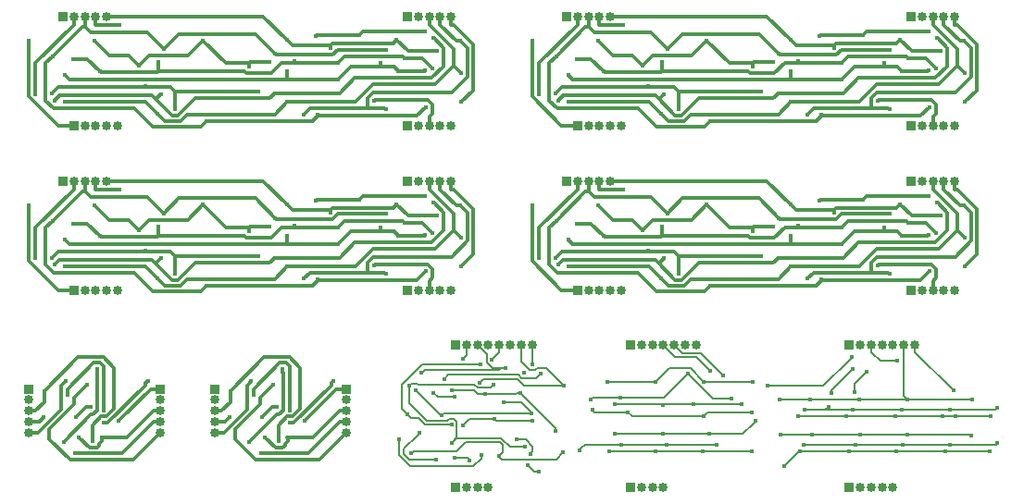
<source format=gbr>
G04 #@! TF.GenerationSoftware,KiCad,Pcbnew,(5.1.4)-1*
G04 #@! TF.CreationDate,2020-11-24T09:45:58-08:00*
G04 #@! TF.ProjectId,ufc_v4_displays_panel,7566635f-7634-45f6-9469-73706c617973,rev?*
G04 #@! TF.SameCoordinates,Original*
G04 #@! TF.FileFunction,Copper,L2,Bot*
G04 #@! TF.FilePolarity,Positive*
%FSLAX46Y46*%
G04 Gerber Fmt 4.6, Leading zero omitted, Abs format (unit mm)*
G04 Created by KiCad (PCBNEW (5.1.4)-1) date 2020-11-24 09:45:58*
%MOMM*%
%LPD*%
G04 APERTURE LIST*
%ADD10R,0.850000X0.850000*%
%ADD11O,0.850000X0.850000*%
%ADD12C,0.450000*%
%ADD13C,0.304800*%
%ADD14C,0.152400*%
%ADD15C,0.305000*%
G04 APERTURE END LIST*
D10*
X52738000Y-73102000D03*
D11*
X53738000Y-73102000D03*
X54738000Y-73102000D03*
X55738000Y-73102000D03*
X56738000Y-73102000D03*
D10*
X51738000Y-63102000D03*
D11*
X52738000Y-63102000D03*
X53738000Y-63102000D03*
X54738000Y-63102000D03*
X55738000Y-63102000D03*
D10*
X83238000Y-63102000D03*
D11*
X84238000Y-63102000D03*
X85238000Y-63102000D03*
X86238000Y-63102000D03*
X87238000Y-63102000D03*
D10*
X83238000Y-73102000D03*
D11*
X84238000Y-73102000D03*
X85238000Y-73102000D03*
X86238000Y-73102000D03*
X87238000Y-73102000D03*
D10*
X98788000Y-73102000D03*
D11*
X99788000Y-73102000D03*
X100788000Y-73102000D03*
X101788000Y-73102000D03*
X102788000Y-73102000D03*
D10*
X97788000Y-63102000D03*
D11*
X98788000Y-63102000D03*
X99788000Y-63102000D03*
X100788000Y-63102000D03*
X101788000Y-63102000D03*
D10*
X129288000Y-63102000D03*
D11*
X130288000Y-63102000D03*
X131288000Y-63102000D03*
X132288000Y-63102000D03*
X133288000Y-63102000D03*
D10*
X129288000Y-73102000D03*
D11*
X130288000Y-73102000D03*
X131288000Y-73102000D03*
X132288000Y-73102000D03*
X133288000Y-73102000D03*
D10*
X98788000Y-58042000D03*
D11*
X99788000Y-58042000D03*
X100788000Y-58042000D03*
X101788000Y-58042000D03*
X102788000Y-58042000D03*
D10*
X97788000Y-48042000D03*
D11*
X98788000Y-48042000D03*
X99788000Y-48042000D03*
X100788000Y-48042000D03*
X101788000Y-48042000D03*
D10*
X129288000Y-48042000D03*
D11*
X130288000Y-48042000D03*
X131288000Y-48042000D03*
X132288000Y-48042000D03*
X133288000Y-48042000D03*
D10*
X129288000Y-58042000D03*
D11*
X130288000Y-58042000D03*
X131288000Y-58042000D03*
X132288000Y-58042000D03*
X133288000Y-58042000D03*
D10*
X52738000Y-58042000D03*
D11*
X53738000Y-58042000D03*
X54738000Y-58042000D03*
X55738000Y-58042000D03*
X56738000Y-58042000D03*
D10*
X51738000Y-48042000D03*
D11*
X52738000Y-48042000D03*
X53738000Y-48042000D03*
X54738000Y-48042000D03*
X55738000Y-48042000D03*
D10*
X83238000Y-48042000D03*
D11*
X84238000Y-48042000D03*
X85238000Y-48042000D03*
X86238000Y-48042000D03*
X87238000Y-48042000D03*
D10*
X83238000Y-58042000D03*
D11*
X84238000Y-58042000D03*
X85238000Y-58042000D03*
X86238000Y-58042000D03*
X87238000Y-58042000D03*
X127637500Y-91167000D03*
X126637500Y-91167000D03*
X125637500Y-91167000D03*
X124637500Y-91167000D03*
D10*
X123637500Y-91167000D03*
D11*
X109637500Y-78167000D03*
X108637500Y-78167000D03*
X107637500Y-78167000D03*
X106637500Y-78167000D03*
X105637500Y-78167000D03*
X104637500Y-78167000D03*
D10*
X103637500Y-78167000D03*
X123637500Y-78167000D03*
D11*
X124637500Y-78167000D03*
X125637500Y-78167000D03*
X126637500Y-78167000D03*
X127637500Y-78167000D03*
X128637500Y-78167000D03*
X129637500Y-78167000D03*
D10*
X103637500Y-91167000D03*
D11*
X104637500Y-91167000D03*
X105637500Y-91167000D03*
X106637500Y-91167000D03*
X90637500Y-91167000D03*
X89637500Y-91167000D03*
X88637500Y-91167000D03*
D10*
X87637500Y-91167000D03*
D11*
X94637500Y-78167000D03*
X93637500Y-78167000D03*
X92637500Y-78167000D03*
X91637500Y-78167000D03*
X90637500Y-78167000D03*
X89637500Y-78167000D03*
X88637500Y-78167000D03*
D10*
X87637500Y-78167000D03*
D11*
X77637500Y-86167000D03*
X77637500Y-85167000D03*
X77637500Y-84167000D03*
X77637500Y-83167000D03*
D10*
X77637500Y-82167000D03*
X65637500Y-82167000D03*
D11*
X65637500Y-83167000D03*
X65637500Y-84167000D03*
X65637500Y-85167000D03*
X65637500Y-86167000D03*
X60637500Y-86167000D03*
X60637500Y-85167000D03*
X60637500Y-84167000D03*
X60637500Y-83167000D03*
D10*
X60637500Y-82167000D03*
X48637500Y-82167000D03*
D11*
X48637500Y-83167000D03*
X48637500Y-84167000D03*
X48637500Y-85167000D03*
X48637500Y-86167000D03*
D12*
X53939194Y-81741178D03*
X50035090Y-82330914D03*
X54425925Y-86939590D03*
X51787500Y-86992000D03*
X49987500Y-84767000D03*
X54845877Y-80333623D03*
X51961847Y-81450886D03*
X56852672Y-85062921D03*
X52160894Y-82707160D03*
X55442311Y-84100893D03*
X52912500Y-84767000D03*
X59487500Y-81417000D03*
X55502863Y-85256298D03*
X54287500Y-83842000D03*
X55319992Y-86600122D03*
X53212500Y-86567000D03*
X52837500Y-88042000D03*
X70939194Y-81741178D03*
X67035090Y-82330914D03*
X71425925Y-86939590D03*
X68787500Y-86992000D03*
X66987500Y-84767000D03*
X71845877Y-80333623D03*
X68961847Y-81450886D03*
X73852672Y-85062921D03*
X69160894Y-82707160D03*
X72442311Y-84100893D03*
X69912500Y-84767000D03*
X76487500Y-81417000D03*
X72502863Y-85256298D03*
X71287500Y-83842000D03*
X72319992Y-86600122D03*
X70212500Y-86567000D03*
X69837500Y-88042000D03*
X93905457Y-80640384D03*
X93558195Y-82536123D03*
X90388377Y-82608210D03*
X87269437Y-82281599D03*
X94656290Y-79940621D03*
X96747500Y-85987000D03*
X91147500Y-81797000D03*
X83388710Y-81887000D03*
X94002037Y-87483060D03*
X87257500Y-87107000D03*
X86627500Y-81247000D03*
X89976546Y-88195790D03*
X82507500Y-86797000D03*
X88309148Y-79365790D03*
X95407500Y-80757000D03*
X87552594Y-82866695D03*
X85633415Y-82506337D03*
X92195000Y-80207340D03*
X84496909Y-80686409D03*
X94613935Y-84383063D03*
X86406394Y-84553380D03*
X92027500Y-83407000D03*
X83967500Y-82267000D03*
X91217500Y-84927000D03*
X88297500Y-85527000D03*
X89957500Y-79917000D03*
X90977500Y-79497000D03*
X94650127Y-85032066D03*
X87257500Y-85407000D03*
X83255394Y-84496150D03*
X88927500Y-88707000D03*
X94474599Y-88124588D03*
X85877500Y-88625790D03*
X93237500Y-86797000D03*
X84362388Y-86167321D03*
X87593954Y-88480546D03*
X95287500Y-89717000D03*
X94257500Y-89127000D03*
X97537500Y-81847000D03*
X83560510Y-88062808D03*
X97497500Y-87957000D03*
X91580390Y-88331312D03*
X89864313Y-81561823D03*
X114807500Y-81477000D03*
X101537500Y-81487000D03*
X105941875Y-81487000D03*
X110367500Y-81487000D03*
X102207500Y-83547000D03*
X109397500Y-83517000D03*
X113836639Y-83578501D03*
X106597500Y-83627000D03*
X110847500Y-86277000D03*
X115111090Y-85066058D03*
X102167500Y-86277000D03*
X106607500Y-86277000D03*
X101707500Y-87847000D03*
X114707500Y-87827000D03*
X110927500Y-80507000D03*
X105967500Y-87847000D03*
X110237500Y-87847000D03*
X102797500Y-87247000D03*
X106947500Y-87247000D03*
X111487500Y-87247000D03*
X112087500Y-80887000D03*
X98962330Y-87779295D03*
X108877023Y-80750107D03*
X112877500Y-83047000D03*
X102742501Y-82922001D03*
X99967500Y-83147000D03*
X100127500Y-84047000D03*
X110297500Y-84687000D03*
X114712480Y-84287476D03*
X103397024Y-84287476D03*
X132857500Y-84097000D03*
X128457500Y-84097000D03*
X123997500Y-84097000D03*
X119587500Y-84097000D03*
X137167500Y-83907000D03*
X123957500Y-80337000D03*
X121994712Y-82499791D03*
X121769713Y-83784787D03*
X119477500Y-87247000D03*
X137197500Y-87137000D03*
X128527500Y-87247000D03*
X132877500Y-87247000D03*
X128007500Y-79607000D03*
X124187500Y-87247000D03*
X116139279Y-81875057D03*
X117713907Y-89207000D03*
X123898853Y-79256192D03*
X136487500Y-87857000D03*
X119097500Y-87887000D03*
X123607500Y-87857000D03*
X127937500Y-87857000D03*
X132457500Y-87857000D03*
X134787500Y-86437000D03*
X120219403Y-86305097D03*
X124599403Y-86305097D03*
X124167500Y-82427000D03*
X128965597Y-86305097D03*
X125206148Y-80615554D03*
X117389228Y-86382103D03*
X128967500Y-83097000D03*
X124557500Y-83097000D03*
X120097500Y-83097000D03*
X117277500Y-83097000D03*
X134897500Y-83127000D03*
X127847500Y-84647000D03*
X123357500Y-84647000D03*
X132197500Y-84647000D03*
X136547500Y-84647000D03*
X118967500Y-84637000D03*
X133146460Y-82277000D03*
X133367500Y-84647000D03*
X68787100Y-52633800D03*
X54585700Y-50270900D03*
X64551400Y-50239900D03*
X58693800Y-52593800D03*
X78870300Y-49776900D03*
X70637500Y-52253800D03*
X84882900Y-49464000D03*
X88179100Y-55900700D03*
X74873100Y-49839700D03*
X60940700Y-51033700D03*
X64892000Y-57622400D03*
X81283200Y-51080500D03*
X54604400Y-56461500D03*
X75017100Y-57032600D03*
X84917000Y-56334400D03*
X71169900Y-51491700D03*
X50802400Y-51694500D03*
X60678900Y-55144000D03*
X71118700Y-55079600D03*
X85578200Y-50043700D03*
X81176300Y-53697200D03*
X50988600Y-55738800D03*
X56891200Y-48820200D03*
X72211900Y-50218600D03*
X85960600Y-51219100D03*
X76177200Y-50962500D03*
X82256600Y-50173500D03*
X82974900Y-51906200D03*
X76879100Y-52311400D03*
X60496500Y-52217700D03*
X65258600Y-53071500D03*
X85526900Y-52817100D03*
X72877900Y-52121900D03*
X52657800Y-51946200D03*
X55097000Y-53071500D03*
X80165400Y-51682100D03*
X84869700Y-53005900D03*
X51911000Y-53444400D03*
X72247600Y-53109100D03*
X66717800Y-53824400D03*
X56727600Y-53824400D03*
X80817500Y-52321800D03*
X82401000Y-53071500D03*
X76919000Y-53833300D03*
X60969300Y-53824400D03*
X88144900Y-53270500D03*
X65994000Y-57029000D03*
X60353900Y-56970500D03*
X75382400Y-55869300D03*
X72253100Y-55869900D03*
X51935000Y-55886500D03*
X59239500Y-54447700D03*
X62020700Y-56552900D03*
X73766100Y-57006400D03*
X81270800Y-56562600D03*
X88059400Y-50277600D03*
X50758900Y-55088000D03*
X69563500Y-54971500D03*
X48617400Y-50270600D03*
X49209900Y-55144000D03*
X80207700Y-55797000D03*
X114837100Y-52633800D03*
X100635700Y-50270900D03*
X110601400Y-50239900D03*
X104743800Y-52593800D03*
X124920300Y-49776900D03*
X116687500Y-52253800D03*
X130932900Y-49464000D03*
X134229100Y-55900700D03*
X120923100Y-49839700D03*
X106990700Y-51033700D03*
X110942000Y-57622400D03*
X127333200Y-51080500D03*
X100654400Y-56461500D03*
X121067100Y-57032600D03*
X130967000Y-56334400D03*
X117219900Y-51491700D03*
X96852400Y-51694500D03*
X106728900Y-55144000D03*
X117168700Y-55079600D03*
X131628200Y-50043700D03*
X127226300Y-53697200D03*
X97038600Y-55738800D03*
X102941200Y-48820200D03*
X118261900Y-50218600D03*
X132010600Y-51219100D03*
X122227200Y-50962500D03*
X128306600Y-50173500D03*
X129024900Y-51906200D03*
X122929100Y-52311400D03*
X106546500Y-52217700D03*
X111308600Y-53071500D03*
X131576900Y-52817100D03*
X118927900Y-52121900D03*
X98707800Y-51946200D03*
X101147000Y-53071500D03*
X126215400Y-51682100D03*
X130919700Y-53005900D03*
X97961000Y-53444400D03*
X118297600Y-53109100D03*
X112767800Y-53824400D03*
X102777600Y-53824400D03*
X126867500Y-52321800D03*
X128451000Y-53071500D03*
X122969000Y-53833300D03*
X107019300Y-53824400D03*
X134194900Y-53270500D03*
X112044000Y-57029000D03*
X106403900Y-56970500D03*
X121432400Y-55869300D03*
X118303100Y-55869900D03*
X97985000Y-55886500D03*
X105289500Y-54447700D03*
X108070700Y-56552900D03*
X119816100Y-57006400D03*
X127320800Y-56562600D03*
X134109400Y-50277600D03*
X96808900Y-55088000D03*
X115613500Y-54971500D03*
X94667400Y-50270600D03*
X95259900Y-55144000D03*
X126257700Y-55797000D03*
X114837100Y-67693800D03*
X100635700Y-65330900D03*
X110601400Y-65299900D03*
X104743800Y-67653800D03*
X124920300Y-64836900D03*
X116687500Y-67313800D03*
X130932900Y-64524000D03*
X134229100Y-70960700D03*
X120923100Y-64899700D03*
X106990700Y-66093700D03*
X110942000Y-72682400D03*
X127333200Y-66140500D03*
X100654400Y-71521500D03*
X121067100Y-72092600D03*
X130967000Y-71394400D03*
X117219900Y-66551700D03*
X96852400Y-66754500D03*
X106728900Y-70204000D03*
X117168700Y-70139600D03*
X131628200Y-65103700D03*
X127226300Y-68757200D03*
X97038600Y-70798800D03*
X102941200Y-63880200D03*
X118261900Y-65278600D03*
X132010600Y-66279100D03*
X122227200Y-66022500D03*
X128306600Y-65233500D03*
X129024900Y-66966200D03*
X122929100Y-67371400D03*
X106546500Y-67277700D03*
X111308600Y-68131500D03*
X131576900Y-67877100D03*
X118927900Y-67181900D03*
X98707800Y-67006200D03*
X101147000Y-68131500D03*
X126215400Y-66742100D03*
X130919700Y-68065900D03*
X97961000Y-68504400D03*
X118297600Y-68169100D03*
X112767800Y-68884400D03*
X102777600Y-68884400D03*
X126867500Y-67381800D03*
X128451000Y-68131500D03*
X122969000Y-68893300D03*
X107019300Y-68884400D03*
X134194900Y-68330500D03*
X112044000Y-72089000D03*
X106403900Y-72030500D03*
X121432400Y-70929300D03*
X118303100Y-70929900D03*
X97985000Y-70946500D03*
X105289500Y-69507700D03*
X108070700Y-71612900D03*
X119816100Y-72066400D03*
X127320800Y-71622600D03*
X134109400Y-65337600D03*
X96808900Y-70148000D03*
X115613500Y-70031500D03*
X94667400Y-65330600D03*
X95259900Y-70204000D03*
X126257700Y-70857000D03*
X68787100Y-67693800D03*
X54585700Y-65330900D03*
X64551400Y-65299900D03*
X58693800Y-67653800D03*
X78870300Y-64836900D03*
X70637500Y-67313800D03*
X84882900Y-64524000D03*
X88179100Y-70960700D03*
X74873100Y-64899700D03*
X60940700Y-66093700D03*
X64892000Y-72682400D03*
X81283200Y-66140500D03*
X54604400Y-71521500D03*
X75017100Y-72092600D03*
X84917000Y-71394400D03*
X71169900Y-66551700D03*
X50802400Y-66754500D03*
X60678900Y-70204000D03*
X71118700Y-70139600D03*
X85578200Y-65103700D03*
X81176300Y-68757200D03*
X50988600Y-70798800D03*
X56891200Y-63880200D03*
X72211900Y-65278600D03*
X85960600Y-66279100D03*
X76177200Y-66022500D03*
X82256600Y-65233500D03*
X82974900Y-66966200D03*
X76879100Y-67371400D03*
X60496500Y-67277700D03*
X65258600Y-68131500D03*
X85526900Y-67877100D03*
X72877900Y-67181900D03*
X52657800Y-67006200D03*
X55097000Y-68131500D03*
X80165400Y-66742100D03*
X84869700Y-68065900D03*
X51911000Y-68504400D03*
X72247600Y-68169100D03*
X66717800Y-68884400D03*
X56727600Y-68884400D03*
X80817500Y-67381800D03*
X82401000Y-68131500D03*
X76919000Y-68893300D03*
X60969300Y-68884400D03*
X88144900Y-68330500D03*
X65994000Y-72089000D03*
X60353900Y-72030500D03*
X75382400Y-70929300D03*
X72253100Y-70929900D03*
X51935000Y-70946500D03*
X59239500Y-69507700D03*
X62020700Y-71612900D03*
X73766100Y-72066400D03*
X81270800Y-71622600D03*
X88059400Y-65337600D03*
X50758900Y-70148000D03*
X69563500Y-70031500D03*
X48617400Y-65330600D03*
X49209900Y-70204000D03*
X80207700Y-70857000D03*
D13*
X53939194Y-81741178D02*
X52738295Y-82942077D01*
X50487500Y-85835462D02*
X50487500Y-86742000D01*
X50487500Y-86742000D02*
X52387500Y-88642000D01*
X52738295Y-83584669D02*
X50487500Y-85835462D01*
X52738295Y-82942077D02*
X52738295Y-83584669D01*
X52387500Y-88642000D02*
X58162500Y-88642000D01*
X58162500Y-88642000D02*
X60637500Y-86167000D01*
X48637500Y-84167000D02*
X49238540Y-84167000D01*
X53114593Y-79251411D02*
X55440377Y-79251411D01*
X56394713Y-80205747D02*
X56394713Y-83990387D01*
X54425925Y-86621392D02*
X54425925Y-86939590D01*
X55225709Y-84678896D02*
X54425925Y-85478680D01*
X54425925Y-85478680D02*
X54425925Y-86621392D01*
X50035090Y-83370450D02*
X50035090Y-82649112D01*
X50035090Y-82330914D02*
X53114593Y-79251411D01*
X55440377Y-79251411D02*
X56394713Y-80205747D01*
X55706204Y-84678896D02*
X55225709Y-84678896D01*
X50035090Y-82649112D02*
X50035090Y-82330914D01*
X56394713Y-83990387D02*
X55706204Y-84678896D01*
X49238540Y-84167000D02*
X50035090Y-83370450D01*
X49587500Y-85167000D02*
X48637500Y-85167000D01*
X49987500Y-84767000D02*
X49587500Y-85167000D01*
X54489653Y-84494401D02*
X54864901Y-84119153D01*
X54285099Y-84494401D02*
X54489653Y-84494401D01*
X51787500Y-86992000D02*
X54285099Y-84494401D01*
X54845877Y-80651821D02*
X54845877Y-80333623D01*
X54864901Y-84119153D02*
X54864901Y-80670845D01*
X54864901Y-80670845D02*
X54845877Y-80651821D01*
X51736848Y-81675885D02*
X51961847Y-81450886D01*
X48637500Y-86167000D02*
X49442054Y-86167000D01*
X51583492Y-84025562D02*
X51583492Y-81829241D01*
X49442054Y-86167000D02*
X51583492Y-84025562D01*
X51583492Y-81829241D02*
X51736848Y-81675885D01*
X52160894Y-82707160D02*
X52160894Y-82164052D01*
X52160894Y-82164052D02*
X54568724Y-79756222D01*
X60637500Y-82167000D02*
X59748593Y-82167000D01*
X59748593Y-82167000D02*
X57077671Y-84837922D01*
X57077671Y-84837922D02*
X56852672Y-85062921D01*
X54568724Y-79756222D02*
X55123030Y-79756222D01*
X55123030Y-79756222D02*
X55442311Y-80075503D01*
X55442311Y-83782695D02*
X55442311Y-84100893D01*
X55442311Y-80075503D02*
X55442311Y-83782695D01*
X59262501Y-81836509D02*
X55842712Y-85256298D01*
X59487500Y-81417000D02*
X59262501Y-81641999D01*
X53837500Y-83842000D02*
X52912500Y-84767000D01*
X55842712Y-85256298D02*
X55821061Y-85256298D01*
X59262501Y-81641999D02*
X59262501Y-81836509D01*
X55821061Y-85256298D02*
X55502863Y-85256298D01*
X54287500Y-83842000D02*
X53837500Y-83842000D01*
X55037500Y-87200812D02*
X55037500Y-87342000D01*
X60036460Y-84167000D02*
X60637500Y-84167000D01*
X55319992Y-86918320D02*
X55037500Y-87200812D01*
X54187500Y-87542000D02*
X53212500Y-86567000D01*
X54837500Y-87542000D02*
X54187500Y-87542000D01*
X57586460Y-86617000D02*
X60036460Y-84167000D01*
X55262500Y-86617000D02*
X57586460Y-86617000D01*
X55037500Y-87342000D02*
X54837500Y-87542000D01*
X55319992Y-86600122D02*
X55319992Y-86918320D01*
X57156649Y-88046811D02*
X60036460Y-85167000D01*
X52837500Y-88042000D02*
X53155698Y-88042000D01*
X53155698Y-88042000D02*
X53160509Y-88046811D01*
X60036460Y-85167000D02*
X60637500Y-85167000D01*
X53160509Y-88046811D02*
X57156649Y-88046811D01*
X70939194Y-81741178D02*
X69738295Y-82942077D01*
X67487500Y-85835462D02*
X67487500Y-86742000D01*
X67487500Y-86742000D02*
X69387500Y-88642000D01*
X69738295Y-83584669D02*
X67487500Y-85835462D01*
X69738295Y-82942077D02*
X69738295Y-83584669D01*
X69387500Y-88642000D02*
X75162500Y-88642000D01*
X75162500Y-88642000D02*
X77637500Y-86167000D01*
X65637500Y-84167000D02*
X66238540Y-84167000D01*
X70114593Y-79251411D02*
X72440377Y-79251411D01*
X73394713Y-80205747D02*
X73394713Y-83990387D01*
X71425925Y-86621392D02*
X71425925Y-86939590D01*
X72225709Y-84678896D02*
X71425925Y-85478680D01*
X71425925Y-85478680D02*
X71425925Y-86621392D01*
X67035090Y-83370450D02*
X67035090Y-82649112D01*
X67035090Y-82330914D02*
X70114593Y-79251411D01*
X72440377Y-79251411D02*
X73394713Y-80205747D01*
X72706204Y-84678896D02*
X72225709Y-84678896D01*
X67035090Y-82649112D02*
X67035090Y-82330914D01*
X73394713Y-83990387D02*
X72706204Y-84678896D01*
X66238540Y-84167000D02*
X67035090Y-83370450D01*
X66587500Y-85167000D02*
X65637500Y-85167000D01*
X66987500Y-84767000D02*
X66587500Y-85167000D01*
X71489653Y-84494401D02*
X71864901Y-84119153D01*
X71285099Y-84494401D02*
X71489653Y-84494401D01*
X68787500Y-86992000D02*
X71285099Y-84494401D01*
X71845877Y-80651821D02*
X71845877Y-80333623D01*
X71864901Y-84119153D02*
X71864901Y-80670845D01*
X71864901Y-80670845D02*
X71845877Y-80651821D01*
X68736848Y-81675885D02*
X68961847Y-81450886D01*
X65637500Y-86167000D02*
X66442054Y-86167000D01*
X68583492Y-84025562D02*
X68583492Y-81829241D01*
X66442054Y-86167000D02*
X68583492Y-84025562D01*
X68583492Y-81829241D02*
X68736848Y-81675885D01*
X69160894Y-82707160D02*
X69160894Y-82164052D01*
X69160894Y-82164052D02*
X71568724Y-79756222D01*
X77637500Y-82167000D02*
X76748593Y-82167000D01*
X76748593Y-82167000D02*
X74077671Y-84837922D01*
X74077671Y-84837922D02*
X73852672Y-85062921D01*
X71568724Y-79756222D02*
X72123030Y-79756222D01*
X72123030Y-79756222D02*
X72442311Y-80075503D01*
X72442311Y-83782695D02*
X72442311Y-84100893D01*
X72442311Y-80075503D02*
X72442311Y-83782695D01*
X76262501Y-81836509D02*
X72842712Y-85256298D01*
X76487500Y-81417000D02*
X76262501Y-81641999D01*
X70837500Y-83842000D02*
X69912500Y-84767000D01*
X72842712Y-85256298D02*
X72821061Y-85256298D01*
X76262501Y-81641999D02*
X76262501Y-81836509D01*
X72821061Y-85256298D02*
X72502863Y-85256298D01*
X71287500Y-83842000D02*
X70837500Y-83842000D01*
X72037500Y-87200812D02*
X72037500Y-87342000D01*
X77036460Y-84167000D02*
X77637500Y-84167000D01*
X72319992Y-86918320D02*
X72037500Y-87200812D01*
X71187500Y-87542000D02*
X70212500Y-86567000D01*
X71837500Y-87542000D02*
X71187500Y-87542000D01*
X74586460Y-86617000D02*
X77036460Y-84167000D01*
X72262500Y-86617000D02*
X74586460Y-86617000D01*
X72037500Y-87342000D02*
X71837500Y-87542000D01*
X72319992Y-86600122D02*
X72319992Y-86918320D01*
X74156649Y-88046811D02*
X77036460Y-85167000D01*
X69837500Y-88042000D02*
X70155698Y-88042000D01*
X70155698Y-88042000D02*
X70160509Y-88046811D01*
X77036460Y-85167000D02*
X77637500Y-85167000D01*
X70160509Y-88046811D02*
X74156649Y-88046811D01*
D14*
X87587635Y-82281599D02*
X87269437Y-82281599D01*
X89343927Y-82281599D02*
X87587635Y-82281599D01*
X94637500Y-78167000D02*
X94637500Y-79921831D01*
X93239997Y-82536123D02*
X93167910Y-82608210D01*
X93558195Y-82536123D02*
X96747500Y-85725428D01*
X89670538Y-82608210D02*
X89343927Y-82281599D01*
X93558195Y-82536123D02*
X93239997Y-82536123D01*
X93167910Y-82608210D02*
X90388377Y-82608210D01*
X90388377Y-82608210D02*
X89670538Y-82608210D01*
X96747500Y-85725428D02*
X96747500Y-85987000D01*
X94637500Y-79921831D02*
X94656290Y-79940621D01*
X89645215Y-82063024D02*
X89362589Y-81780398D01*
X90881476Y-82063024D02*
X89645215Y-82063024D01*
X83613709Y-81662001D02*
X83388710Y-81887000D01*
X87257500Y-87107000D02*
X87758701Y-86605799D01*
X87016923Y-84905799D02*
X86868132Y-85054590D01*
X89362589Y-81780398D02*
X84212678Y-81780398D01*
X87719936Y-86644564D02*
X91819787Y-86644564D01*
X87257500Y-87107000D02*
X87719936Y-86644564D01*
X91819787Y-86644564D02*
X92658283Y-87483060D01*
X87758701Y-85166423D02*
X87498077Y-84905799D01*
X86868132Y-85054590D02*
X84988203Y-85054590D01*
X84094281Y-81662001D02*
X83613709Y-81662001D01*
X92658283Y-87483060D02*
X93683839Y-87483060D01*
X87498077Y-84905799D02*
X87016923Y-84905799D01*
X87758701Y-86605799D02*
X87758701Y-85166423D01*
X84212678Y-81780398D02*
X84094281Y-81662001D01*
X83388710Y-82205198D02*
X83388710Y-81887000D01*
X84988203Y-85054590D02*
X83388710Y-83455097D01*
X91147500Y-81797000D02*
X90881476Y-82063024D01*
X93683839Y-87483060D02*
X94002037Y-87483060D01*
X83388710Y-83455097D02*
X83388710Y-82205198D01*
X95182501Y-80981999D02*
X95407500Y-80757000D01*
X93404256Y-80880961D02*
X93664880Y-81141585D01*
X83498702Y-89208202D02*
X89282332Y-89208202D01*
X82507500Y-86797000D02*
X82507500Y-88217000D01*
X88637500Y-78167000D02*
X88637500Y-79037438D01*
X86627500Y-81247000D02*
X86993539Y-80880961D01*
X95022915Y-81141585D02*
X95182501Y-80981999D01*
X89976546Y-88513988D02*
X89976546Y-88195790D01*
X88534147Y-79140791D02*
X88309148Y-79365790D01*
X88637500Y-79037438D02*
X88534147Y-79140791D01*
X86993539Y-80880961D02*
X93404256Y-80880961D01*
X89282332Y-89208202D02*
X89976546Y-88513988D01*
X82507500Y-88217000D02*
X83498702Y-89208202D01*
X93664880Y-81141585D02*
X95022915Y-81141585D01*
X85993773Y-82866695D02*
X87234396Y-82866695D01*
X91606890Y-80418202D02*
X84765116Y-80418202D01*
X90994512Y-80255790D02*
X91769302Y-80255790D01*
X87234396Y-82866695D02*
X87552594Y-82866695D01*
X91817752Y-80207340D02*
X91876802Y-80207340D01*
X90476299Y-79737577D02*
X90994512Y-80255790D01*
X85633415Y-82506337D02*
X85993773Y-82866695D01*
X89637500Y-78167000D02*
X90476299Y-79005799D01*
X91876802Y-80207340D02*
X92195000Y-80207340D01*
X84721908Y-80461410D02*
X84496909Y-80686409D01*
X91769302Y-80255790D02*
X91606890Y-80418202D01*
X90476299Y-79005799D02*
X90476299Y-79737577D01*
X84765116Y-80418202D02*
X84721908Y-80461410D01*
X91769302Y-80255790D02*
X91817752Y-80207340D01*
X86253880Y-84553380D02*
X86406394Y-84553380D01*
X93637872Y-83407000D02*
X94388936Y-84158064D01*
X94613935Y-84383063D02*
X86576711Y-84383063D01*
X94388936Y-84158064D02*
X94613935Y-84383063D01*
X92027500Y-83407000D02*
X93637872Y-83407000D01*
X86576711Y-84383063D02*
X86406394Y-84553380D01*
X83967500Y-82267000D02*
X86253880Y-84553380D01*
X84842231Y-85407000D02*
X84262231Y-84827000D01*
X87257500Y-85407000D02*
X84842231Y-85407000D01*
X91637500Y-78837000D02*
X91637500Y-78167000D01*
X90977500Y-79497000D02*
X91637500Y-78837000D01*
X83030395Y-84271151D02*
X83255394Y-84496150D01*
X88897500Y-84927000D02*
X88297500Y-85527000D01*
X89957500Y-79917000D02*
X84557500Y-79917000D01*
X84557500Y-79917000D02*
X82708710Y-81765790D01*
X94650127Y-85032066D02*
X91322566Y-85032066D01*
X84262231Y-84827000D02*
X83564132Y-84827000D01*
X82708710Y-81765790D02*
X82708710Y-83949466D01*
X82708710Y-83949466D02*
X83030395Y-84271151D01*
X91217500Y-84927000D02*
X88897500Y-84927000D01*
X91322566Y-85032066D02*
X91217500Y-84927000D01*
X83564132Y-84827000D02*
X83193869Y-84456737D01*
X83414674Y-88625790D02*
X82887500Y-88098616D01*
X82887500Y-88098616D02*
X82887500Y-87642209D01*
X88701047Y-88480547D02*
X88702501Y-88482001D01*
X88702501Y-88482001D02*
X88927500Y-88707000D01*
X87593954Y-88480546D02*
X88701047Y-88480547D01*
X84137389Y-86392320D02*
X84362388Y-86167321D01*
X94055375Y-86797000D02*
X94699598Y-87441223D01*
X94847500Y-89717000D02*
X94257500Y-89127000D01*
X95287500Y-89717000D02*
X94847500Y-89717000D01*
X94699598Y-87899589D02*
X94474599Y-88124588D01*
X93237500Y-86797000D02*
X94055375Y-86797000D01*
X82887500Y-87642209D02*
X84137389Y-86392320D01*
X94699598Y-87441223D02*
X94699598Y-87899589D01*
X85877500Y-88625790D02*
X83414674Y-88625790D01*
X91805389Y-88556311D02*
X91580390Y-88331312D01*
X96828702Y-88625798D02*
X91874876Y-88625798D01*
X97497500Y-87957000D02*
X96828702Y-88625798D01*
X91580390Y-88331312D02*
X91934438Y-87977264D01*
X91874876Y-88625798D02*
X91805389Y-88556311D01*
X93637500Y-78167000D02*
X93637500Y-79663609D01*
X91673814Y-86996975D02*
X88579141Y-86996975D01*
X97312501Y-81622001D02*
X97537500Y-81847000D01*
X91934438Y-87977264D02*
X91934438Y-87257599D01*
X88579141Y-86996975D02*
X87738307Y-87837809D01*
X95092759Y-80248201D02*
X95938701Y-80248201D01*
X87738307Y-87837809D02*
X83785509Y-87837809D01*
X94415713Y-80441822D02*
X94899138Y-80441822D01*
X93871911Y-81847000D02*
X93309989Y-81285078D01*
X90141058Y-81285078D02*
X90089312Y-81336824D01*
X95938701Y-80248201D02*
X97312501Y-81622001D01*
X91934438Y-87257599D02*
X91673814Y-86996975D01*
X83785509Y-87837809D02*
X83560510Y-88062808D01*
X93637500Y-79663609D02*
X94415713Y-80441822D01*
X90089312Y-81336824D02*
X89864313Y-81561823D01*
X97537500Y-81847000D02*
X93871911Y-81847000D01*
X94899138Y-80441822D02*
X95092759Y-80248201D01*
X93309989Y-81285078D02*
X90141058Y-81285078D01*
X110367500Y-81487000D02*
X114797500Y-81487000D01*
X114797500Y-81487000D02*
X114807500Y-81477000D01*
X109129405Y-80248905D02*
X107179970Y-80248905D01*
X106166874Y-81262001D02*
X105941875Y-81487000D01*
X107179970Y-80248905D02*
X106166874Y-81262001D01*
X101537500Y-81487000D02*
X105941875Y-81487000D01*
X110367500Y-81487000D02*
X109129405Y-80248905D01*
X113518441Y-83578501D02*
X113836639Y-83578501D01*
X106707500Y-83517000D02*
X106597500Y-83627000D01*
X109777199Y-83578501D02*
X113518441Y-83578501D01*
X102207500Y-83547000D02*
X106517500Y-83547000D01*
X109397500Y-83517000D02*
X109715698Y-83517000D01*
X106517500Y-83547000D02*
X106597500Y-83627000D01*
X109715698Y-83517000D02*
X109777199Y-83578501D01*
X109397500Y-83517000D02*
X106707500Y-83517000D01*
X102167500Y-86277000D02*
X106607500Y-86277000D01*
X113900148Y-86277000D02*
X114886091Y-85291057D01*
X106607500Y-86277000D02*
X110847500Y-86277000D01*
X114886091Y-85291057D02*
X115111090Y-85066058D01*
X110847500Y-86277000D02*
X113900148Y-86277000D01*
X101707500Y-87847000D02*
X105967500Y-87847000D01*
X105967500Y-87847000D02*
X110237500Y-87847000D01*
X107691112Y-79220612D02*
X107062499Y-78591999D01*
X110927500Y-80507000D02*
X109641112Y-79220612D01*
X114687500Y-87847000D02*
X114707500Y-87827000D01*
X109641112Y-79220612D02*
X107691112Y-79220612D01*
X107062499Y-78591999D02*
X106637500Y-78167000D01*
X110237500Y-87847000D02*
X114687500Y-87847000D01*
X108338701Y-78868201D02*
X110068701Y-78868201D01*
X99494625Y-87247000D02*
X99187329Y-87554296D01*
X107637500Y-78167000D02*
X108338701Y-78868201D01*
X110068701Y-78868201D02*
X112087500Y-80887000D01*
X106947500Y-87247000D02*
X111487500Y-87247000D01*
X102797500Y-87247000D02*
X99494625Y-87247000D01*
X102797500Y-87247000D02*
X106947500Y-87247000D01*
X99187329Y-87554296D02*
X98962330Y-87779295D01*
X102742501Y-82922001D02*
X106705129Y-82922001D01*
X112559302Y-83047000D02*
X112877500Y-83047000D01*
X108652024Y-80975106D02*
X108877023Y-80750107D01*
X99967500Y-83147000D02*
X100192499Y-82922001D01*
X106705129Y-82922001D02*
X108652024Y-80975106D01*
X111173916Y-83047000D02*
X112559302Y-83047000D01*
X100192499Y-82922001D02*
X102742501Y-82922001D01*
X108877023Y-80750107D02*
X111173916Y-83047000D01*
X109979302Y-84687000D02*
X110297500Y-84687000D01*
X103397024Y-84287476D02*
X103796548Y-84687000D01*
X114712480Y-84287476D02*
X110697024Y-84287476D01*
X100127500Y-84047000D02*
X100367976Y-84287476D01*
X100367976Y-84287476D02*
X103397024Y-84287476D01*
X103796548Y-84687000D02*
X109979302Y-84687000D01*
X110697024Y-84287476D02*
X110522499Y-84462001D01*
X110522499Y-84462001D02*
X110297500Y-84687000D01*
X136977500Y-84097000D02*
X137167500Y-83907000D01*
X132857500Y-84097000D02*
X136977500Y-84097000D01*
X128457500Y-84097000D02*
X132857500Y-84097000D01*
X119587500Y-84097000D02*
X123997500Y-84097000D01*
X123997500Y-84097000D02*
X128457500Y-84097000D01*
X123957500Y-80337000D02*
X121994712Y-82299788D01*
X121994712Y-82299788D02*
X121994712Y-82499791D01*
X121457500Y-84097000D02*
X119587500Y-84097000D01*
X121769713Y-83784787D02*
X121457500Y-84097000D01*
X137087500Y-87247000D02*
X137197500Y-87137000D01*
X132877500Y-87247000D02*
X137087500Y-87247000D01*
X125637500Y-78167000D02*
X125637500Y-78768040D01*
X119477500Y-87247000D02*
X124187500Y-87247000D01*
X128527500Y-87247000D02*
X132877500Y-87247000D01*
X126476460Y-79607000D02*
X128007500Y-79607000D01*
X124187500Y-87247000D02*
X128527500Y-87247000D01*
X125637500Y-78768040D02*
X126476460Y-79607000D01*
X127937500Y-87857000D02*
X123607500Y-87857000D01*
X117713907Y-89207000D02*
X119033907Y-87887000D01*
X119033907Y-87887000D02*
X119097500Y-87887000D01*
X123673854Y-79481191D02*
X123898853Y-79256192D01*
X136487500Y-87857000D02*
X132457500Y-87857000D01*
X123607500Y-87857000D02*
X119127500Y-87857000D01*
X121279988Y-81875057D02*
X123673854Y-79481191D01*
X119127500Y-87857000D02*
X119097500Y-87887000D01*
X116139279Y-81875057D02*
X121279988Y-81875057D01*
X132457500Y-87857000D02*
X127937500Y-87857000D01*
X134655597Y-86305097D02*
X134787500Y-86437000D01*
X124167500Y-81654202D02*
X124981149Y-80840553D01*
X120219403Y-86305097D02*
X117466234Y-86305097D01*
X120219403Y-86305097D02*
X124599403Y-86305097D01*
X128965597Y-86305097D02*
X134655597Y-86305097D01*
X124167500Y-82427000D02*
X124167500Y-81654202D01*
X117466234Y-86305097D02*
X117389228Y-86382103D01*
X124599403Y-86305097D02*
X128965597Y-86305097D01*
X124981149Y-80840553D02*
X125206148Y-80615554D01*
X128637500Y-78167000D02*
X128637500Y-82767000D01*
X124239302Y-83097000D02*
X124557500Y-83097000D01*
X120097500Y-83097000D02*
X124239302Y-83097000D01*
X128967500Y-83097000D02*
X134867500Y-83097000D01*
X128637500Y-82767000D02*
X128967500Y-83097000D01*
X124557500Y-83097000D02*
X128967500Y-83097000D01*
X117277500Y-83097000D02*
X120097500Y-83097000D01*
X134867500Y-83097000D02*
X134897500Y-83127000D01*
X123357500Y-84647000D02*
X118977500Y-84647000D01*
X127847500Y-84647000D02*
X123357500Y-84647000D01*
X129637500Y-78167000D02*
X129637500Y-78768040D01*
X118977500Y-84647000D02*
X118967500Y-84637000D01*
X129637500Y-78768040D02*
X133146460Y-82277000D01*
X136547500Y-84647000D02*
X133367500Y-84647000D01*
X133367500Y-84647000D02*
X132197500Y-84647000D01*
X132197500Y-84647000D02*
X127847500Y-84647000D01*
D15*
X78870300Y-49776900D02*
X74935900Y-49776900D01*
X79183200Y-49464000D02*
X78870300Y-49776900D01*
X59648100Y-51639500D02*
X63151800Y-51639500D01*
X63151800Y-51639500D02*
X64551400Y-50239900D01*
X84882900Y-49464000D02*
X79183200Y-49464000D01*
X57755100Y-51655100D02*
X58693800Y-52593800D01*
X89273300Y-54806500D02*
X89273300Y-50613600D01*
X74935900Y-49776900D02*
X74873100Y-49839700D01*
X58693800Y-52593800D02*
X59648100Y-51639500D01*
X88179100Y-55900700D02*
X89273300Y-54806500D01*
X54585700Y-50270900D02*
X55969900Y-51655100D01*
X66657700Y-52346200D02*
X68787100Y-52346200D01*
X64551400Y-50239900D02*
X66657700Y-52346200D01*
X55969900Y-51655100D02*
X57755100Y-51655100D01*
X87238000Y-48042000D02*
X87238000Y-48820200D01*
X89273300Y-50613600D02*
X87479900Y-48820200D01*
X87479900Y-48820200D02*
X87238000Y-48820200D01*
X68787100Y-52346200D02*
X68879500Y-52253800D01*
X68879500Y-52253800D02*
X70637500Y-52253800D01*
X68787100Y-52346200D02*
X68787100Y-52633800D01*
X76416600Y-51540700D02*
X76876800Y-51080500D01*
X64892000Y-57622400D02*
X74568200Y-57622400D01*
X74568200Y-57622400D02*
X75017100Y-57173500D01*
X58267600Y-56470200D02*
X59939900Y-58142500D01*
X64371900Y-58142500D02*
X64892000Y-57622400D01*
X71169900Y-51491700D02*
X71218900Y-51540700D01*
X53475700Y-49021200D02*
X53738000Y-49021200D01*
X62332600Y-49641800D02*
X60940700Y-51033700D01*
X71169900Y-51491700D02*
X69320000Y-49641800D01*
X71218900Y-51540700D02*
X76416600Y-51540700D01*
X54604400Y-56470200D02*
X58267600Y-56470200D01*
X76876800Y-51080500D02*
X81283200Y-51080500D01*
X59939900Y-58142500D02*
X64371900Y-58142500D01*
X50802400Y-51694500D02*
X53475700Y-49021200D01*
X59453100Y-49546100D02*
X54262900Y-49546100D01*
X69320000Y-49641800D02*
X62332600Y-49641800D01*
X60940700Y-51033700D02*
X59453100Y-49546100D01*
X54262900Y-49546100D02*
X53738000Y-49021200D01*
X53738000Y-49021200D02*
X53738000Y-48820200D01*
X50895300Y-56470200D02*
X50162900Y-55737800D01*
X50162900Y-55737800D02*
X50162900Y-52334000D01*
X54604400Y-56470200D02*
X54604400Y-56461500D01*
X75017100Y-57173500D02*
X75017100Y-57032600D01*
X75017100Y-57173500D02*
X84077900Y-57173500D01*
X53738000Y-48042000D02*
X53738000Y-48820200D01*
X84077900Y-57173500D02*
X84917000Y-56334400D01*
X54604400Y-56470200D02*
X50895300Y-56470200D01*
X50162900Y-52334000D02*
X50802400Y-51694500D01*
X54738000Y-48820200D02*
X56891200Y-48820200D01*
X54738000Y-48042000D02*
X54738000Y-48820200D01*
X70638700Y-55559600D02*
X63831700Y-55559600D01*
X60193200Y-55629700D02*
X59868800Y-55305300D01*
X71118700Y-55079600D02*
X70638700Y-55559600D01*
X61694600Y-57131100D02*
X60193200Y-55629700D01*
X63831700Y-55559600D02*
X62260200Y-57131100D01*
X59868800Y-55305300D02*
X51422100Y-55305300D01*
X60193200Y-55629700D02*
X60678900Y-55144000D01*
X51422100Y-55305300D02*
X50988600Y-55738800D01*
X62260200Y-57131100D02*
X61694600Y-57131100D01*
X86554000Y-52607700D02*
X86554000Y-50923100D01*
X78438900Y-53697200D02*
X81176300Y-53697200D01*
X86554000Y-50923100D02*
X85674700Y-50043800D01*
X85464500Y-53697200D02*
X86554000Y-52607700D01*
X71118700Y-55079600D02*
X77056500Y-55079600D01*
X85578200Y-50043800D02*
X85578200Y-50043700D01*
X81176300Y-53697200D02*
X85464500Y-53697200D01*
X85674700Y-50043800D02*
X85578200Y-50043800D01*
X77056500Y-55079600D02*
X78438900Y-53697200D01*
X70035300Y-48042000D02*
X55738000Y-48042000D01*
X76407300Y-50502200D02*
X76177200Y-50732300D01*
X81927900Y-50502200D02*
X76407300Y-50502200D01*
X76177200Y-50732300D02*
X72725600Y-50732300D01*
X76177200Y-50962500D02*
X76177200Y-50732300D01*
X82256600Y-50173500D02*
X83302200Y-51219100D01*
X82256600Y-50173500D02*
X81927900Y-50502200D01*
X72211900Y-50218600D02*
X70035300Y-48042000D01*
X72725600Y-50732300D02*
X72211900Y-50218600D01*
X83302200Y-51219100D02*
X85960600Y-51219100D01*
X65258600Y-53071500D02*
X68308200Y-53071500D01*
X68308200Y-53071500D02*
X68493500Y-53256800D01*
X68493500Y-53256800D02*
X70748000Y-53256800D01*
X70748000Y-53256800D02*
X71693400Y-52311400D01*
X71693400Y-52311400D02*
X72877900Y-52311400D01*
X60396000Y-53172000D02*
X60496500Y-53071500D01*
X55097000Y-53071500D02*
X53971700Y-51946200D01*
X82796500Y-51727800D02*
X80165400Y-51727800D01*
X85526900Y-52817100D02*
X84616000Y-51906200D01*
X76879100Y-52311400D02*
X72877900Y-52311400D01*
X60496500Y-53071500D02*
X65258600Y-53071500D01*
X77462700Y-51727800D02*
X80165400Y-51727800D01*
X82974900Y-51906200D02*
X82796500Y-51727800D01*
X80165400Y-51727800D02*
X80165400Y-51682100D01*
X55197500Y-53172000D02*
X60396000Y-53172000D01*
X60496500Y-53071500D02*
X60496500Y-52217700D01*
X84616000Y-51906200D02*
X82974900Y-51906200D01*
X72877900Y-52311400D02*
X72877900Y-52121900D01*
X76879100Y-52311400D02*
X77462700Y-51727800D01*
X53971700Y-51946200D02*
X52657800Y-51946200D01*
X55097000Y-53071500D02*
X55197500Y-53172000D01*
X60969300Y-53824400D02*
X66717800Y-53824400D01*
X82012900Y-52683400D02*
X80817500Y-52683400D01*
X56727600Y-53824400D02*
X52291000Y-53824400D01*
X82401000Y-53071500D02*
X82012900Y-52683400D01*
X60969300Y-53824400D02*
X56727600Y-53824400D01*
X52291000Y-53824400D02*
X51911000Y-53444400D01*
X72247600Y-53824400D02*
X66717800Y-53824400D01*
X72247600Y-53824400D02*
X72247600Y-53109100D01*
X76919000Y-53824400D02*
X72247600Y-53824400D01*
X82401000Y-53071500D02*
X84804100Y-53071500D01*
X84804100Y-53071500D02*
X84869700Y-53005900D01*
X76919000Y-53824400D02*
X76919000Y-53833300D01*
X80817500Y-52683400D02*
X80817500Y-52321800D01*
X80817500Y-52683400D02*
X78060000Y-52683400D01*
X78060000Y-52683400D02*
X76919000Y-53824400D01*
X85238000Y-48042000D02*
X85238000Y-48820200D01*
X85772700Y-54275500D02*
X80078200Y-54275500D01*
X61020200Y-57636800D02*
X62469700Y-57636800D01*
X51938200Y-55883300D02*
X51935000Y-55886500D01*
X62469700Y-57636800D02*
X63077500Y-57029000D01*
X60353900Y-56970500D02*
X61020200Y-57636800D01*
X78484400Y-55869300D02*
X75382400Y-55869300D01*
X88144900Y-53270500D02*
X87461300Y-52586900D01*
X63077500Y-57029000D02*
X65994000Y-57029000D01*
X72253100Y-55869900D02*
X72253100Y-55870700D01*
X72253100Y-55870700D02*
X71094800Y-57029000D01*
X71094800Y-57029000D02*
X65994000Y-57029000D01*
X87461300Y-52586900D02*
X87461300Y-51043500D01*
X60353900Y-56970500D02*
X59266700Y-55883300D01*
X87461300Y-52586900D02*
X85772700Y-54275500D01*
X80078200Y-54275500D02*
X78484400Y-55869300D01*
X75381800Y-55869900D02*
X72253100Y-55869900D01*
X75382400Y-55869300D02*
X75381800Y-55869900D01*
X59266700Y-55883300D02*
X51938200Y-55883300D01*
X87461300Y-51043500D02*
X85238000Y-48820200D01*
X80118900Y-55034000D02*
X87273300Y-55034000D01*
X87695400Y-50277600D02*
X88059400Y-50277600D01*
X59239500Y-54520700D02*
X59239500Y-54447700D01*
X79602400Y-56449000D02*
X74323500Y-56449000D01*
X81157200Y-56449000D02*
X79602400Y-56449000D01*
X59239500Y-54520700D02*
X61569900Y-54520700D01*
X61569900Y-54520700D02*
X62020700Y-54971500D01*
X81270800Y-56562600D02*
X81157200Y-56449000D01*
X87273300Y-55034000D02*
X88767500Y-53539800D01*
X62020700Y-56552900D02*
X62020700Y-54971500D01*
X88767500Y-50985700D02*
X88059400Y-50277600D01*
X62020700Y-54971500D02*
X69563500Y-54971500D01*
X88767500Y-53539800D02*
X88767500Y-50985700D01*
X86238000Y-48042000D02*
X86238000Y-48820200D01*
X50758900Y-55088000D02*
X51326200Y-54520700D01*
X51326200Y-54520700D02*
X59239500Y-54520700D01*
X86238000Y-48820200D02*
X87695400Y-50277600D01*
X79602400Y-55550500D02*
X80118900Y-55034000D01*
X79602400Y-56449000D02*
X79602400Y-55550500D01*
X74323500Y-56449000D02*
X73766100Y-57006400D01*
X52738000Y-58042000D02*
X51959800Y-58042000D01*
X48617400Y-50270600D02*
X48617400Y-55377900D01*
X51281500Y-58042000D02*
X51959800Y-58042000D01*
X48617400Y-55377900D02*
X51281500Y-58042000D01*
X49209900Y-52348300D02*
X49209900Y-55144000D01*
X52738000Y-48042000D02*
X52738000Y-48820200D01*
X52738000Y-48820200D02*
X49209900Y-52348300D01*
X85238000Y-57206700D02*
X85238000Y-58042000D01*
X85514400Y-56930300D02*
X85238000Y-57206700D01*
X80272700Y-55732000D02*
X85135500Y-55732000D01*
X85135500Y-55732000D02*
X85514400Y-56110900D01*
X80207700Y-55797000D02*
X80272700Y-55732000D01*
X85514400Y-56110900D02*
X85514400Y-56930300D01*
X124920300Y-49776900D02*
X120985900Y-49776900D01*
X125233200Y-49464000D02*
X124920300Y-49776900D01*
X105698100Y-51639500D02*
X109201800Y-51639500D01*
X109201800Y-51639500D02*
X110601400Y-50239900D01*
X130932900Y-49464000D02*
X125233200Y-49464000D01*
X103805100Y-51655100D02*
X104743800Y-52593800D01*
X135323300Y-54806500D02*
X135323300Y-50613600D01*
X120985900Y-49776900D02*
X120923100Y-49839700D01*
X104743800Y-52593800D02*
X105698100Y-51639500D01*
X134229100Y-55900700D02*
X135323300Y-54806500D01*
X100635700Y-50270900D02*
X102019900Y-51655100D01*
X112707700Y-52346200D02*
X114837100Y-52346200D01*
X110601400Y-50239900D02*
X112707700Y-52346200D01*
X102019900Y-51655100D02*
X103805100Y-51655100D01*
X133288000Y-48042000D02*
X133288000Y-48820200D01*
X135323300Y-50613600D02*
X133529900Y-48820200D01*
X133529900Y-48820200D02*
X133288000Y-48820200D01*
X114837100Y-52346200D02*
X114929500Y-52253800D01*
X114929500Y-52253800D02*
X116687500Y-52253800D01*
X114837100Y-52346200D02*
X114837100Y-52633800D01*
X122466600Y-51540700D02*
X122926800Y-51080500D01*
X110942000Y-57622400D02*
X120618200Y-57622400D01*
X120618200Y-57622400D02*
X121067100Y-57173500D01*
X104317600Y-56470200D02*
X105989900Y-58142500D01*
X110421900Y-58142500D02*
X110942000Y-57622400D01*
X117219900Y-51491700D02*
X117268900Y-51540700D01*
X99525700Y-49021200D02*
X99788000Y-49021200D01*
X108382600Y-49641800D02*
X106990700Y-51033700D01*
X117219900Y-51491700D02*
X115370000Y-49641800D01*
X117268900Y-51540700D02*
X122466600Y-51540700D01*
X100654400Y-56470200D02*
X104317600Y-56470200D01*
X122926800Y-51080500D02*
X127333200Y-51080500D01*
X105989900Y-58142500D02*
X110421900Y-58142500D01*
X96852400Y-51694500D02*
X99525700Y-49021200D01*
X105503100Y-49546100D02*
X100312900Y-49546100D01*
X115370000Y-49641800D02*
X108382600Y-49641800D01*
X106990700Y-51033700D02*
X105503100Y-49546100D01*
X100312900Y-49546100D02*
X99788000Y-49021200D01*
X99788000Y-49021200D02*
X99788000Y-48820200D01*
X96945300Y-56470200D02*
X96212900Y-55737800D01*
X96212900Y-55737800D02*
X96212900Y-52334000D01*
X100654400Y-56470200D02*
X100654400Y-56461500D01*
X121067100Y-57173500D02*
X121067100Y-57032600D01*
X121067100Y-57173500D02*
X130127900Y-57173500D01*
X99788000Y-48042000D02*
X99788000Y-48820200D01*
X130127900Y-57173500D02*
X130967000Y-56334400D01*
X100654400Y-56470200D02*
X96945300Y-56470200D01*
X96212900Y-52334000D02*
X96852400Y-51694500D01*
X100788000Y-48820200D02*
X102941200Y-48820200D01*
X100788000Y-48042000D02*
X100788000Y-48820200D01*
X116688700Y-55559600D02*
X109881700Y-55559600D01*
X106243200Y-55629700D02*
X105918800Y-55305300D01*
X117168700Y-55079600D02*
X116688700Y-55559600D01*
X107744600Y-57131100D02*
X106243200Y-55629700D01*
X109881700Y-55559600D02*
X108310200Y-57131100D01*
X105918800Y-55305300D02*
X97472100Y-55305300D01*
X106243200Y-55629700D02*
X106728900Y-55144000D01*
X97472100Y-55305300D02*
X97038600Y-55738800D01*
X108310200Y-57131100D02*
X107744600Y-57131100D01*
X132604000Y-52607700D02*
X132604000Y-50923100D01*
X124488900Y-53697200D02*
X127226300Y-53697200D01*
X132604000Y-50923100D02*
X131724700Y-50043800D01*
X131514500Y-53697200D02*
X132604000Y-52607700D01*
X117168700Y-55079600D02*
X123106500Y-55079600D01*
X131628200Y-50043800D02*
X131628200Y-50043700D01*
X127226300Y-53697200D02*
X131514500Y-53697200D01*
X131724700Y-50043800D02*
X131628200Y-50043800D01*
X123106500Y-55079600D02*
X124488900Y-53697200D01*
X116085300Y-48042000D02*
X101788000Y-48042000D01*
X122457300Y-50502200D02*
X122227200Y-50732300D01*
X127977900Y-50502200D02*
X122457300Y-50502200D01*
X122227200Y-50732300D02*
X118775600Y-50732300D01*
X122227200Y-50962500D02*
X122227200Y-50732300D01*
X128306600Y-50173500D02*
X129352200Y-51219100D01*
X128306600Y-50173500D02*
X127977900Y-50502200D01*
X118261900Y-50218600D02*
X116085300Y-48042000D01*
X118775600Y-50732300D02*
X118261900Y-50218600D01*
X129352200Y-51219100D02*
X132010600Y-51219100D01*
X111308600Y-53071500D02*
X114358200Y-53071500D01*
X114358200Y-53071500D02*
X114543500Y-53256800D01*
X114543500Y-53256800D02*
X116798000Y-53256800D01*
X116798000Y-53256800D02*
X117743400Y-52311400D01*
X117743400Y-52311400D02*
X118927900Y-52311400D01*
X106446000Y-53172000D02*
X106546500Y-53071500D01*
X101147000Y-53071500D02*
X100021700Y-51946200D01*
X128846500Y-51727800D02*
X126215400Y-51727800D01*
X131576900Y-52817100D02*
X130666000Y-51906200D01*
X122929100Y-52311400D02*
X118927900Y-52311400D01*
X106546500Y-53071500D02*
X111308600Y-53071500D01*
X123512700Y-51727800D02*
X126215400Y-51727800D01*
X129024900Y-51906200D02*
X128846500Y-51727800D01*
X126215400Y-51727800D02*
X126215400Y-51682100D01*
X101247500Y-53172000D02*
X106446000Y-53172000D01*
X106546500Y-53071500D02*
X106546500Y-52217700D01*
X130666000Y-51906200D02*
X129024900Y-51906200D01*
X118927900Y-52311400D02*
X118927900Y-52121900D01*
X122929100Y-52311400D02*
X123512700Y-51727800D01*
X100021700Y-51946200D02*
X98707800Y-51946200D01*
X101147000Y-53071500D02*
X101247500Y-53172000D01*
X107019300Y-53824400D02*
X112767800Y-53824400D01*
X128062900Y-52683400D02*
X126867500Y-52683400D01*
X102777600Y-53824400D02*
X98341000Y-53824400D01*
X128451000Y-53071500D02*
X128062900Y-52683400D01*
X107019300Y-53824400D02*
X102777600Y-53824400D01*
X98341000Y-53824400D02*
X97961000Y-53444400D01*
X118297600Y-53824400D02*
X112767800Y-53824400D01*
X118297600Y-53824400D02*
X118297600Y-53109100D01*
X122969000Y-53824400D02*
X118297600Y-53824400D01*
X128451000Y-53071500D02*
X130854100Y-53071500D01*
X130854100Y-53071500D02*
X130919700Y-53005900D01*
X122969000Y-53824400D02*
X122969000Y-53833300D01*
X126867500Y-52683400D02*
X126867500Y-52321800D01*
X126867500Y-52683400D02*
X124110000Y-52683400D01*
X124110000Y-52683400D02*
X122969000Y-53824400D01*
X131288000Y-48042000D02*
X131288000Y-48820200D01*
X131822700Y-54275500D02*
X126128200Y-54275500D01*
X107070200Y-57636800D02*
X108519700Y-57636800D01*
X97988200Y-55883300D02*
X97985000Y-55886500D01*
X108519700Y-57636800D02*
X109127500Y-57029000D01*
X106403900Y-56970500D02*
X107070200Y-57636800D01*
X124534400Y-55869300D02*
X121432400Y-55869300D01*
X134194900Y-53270500D02*
X133511300Y-52586900D01*
X109127500Y-57029000D02*
X112044000Y-57029000D01*
X118303100Y-55869900D02*
X118303100Y-55870700D01*
X118303100Y-55870700D02*
X117144800Y-57029000D01*
X117144800Y-57029000D02*
X112044000Y-57029000D01*
X133511300Y-52586900D02*
X133511300Y-51043500D01*
X106403900Y-56970500D02*
X105316700Y-55883300D01*
X133511300Y-52586900D02*
X131822700Y-54275500D01*
X126128200Y-54275500D02*
X124534400Y-55869300D01*
X121431800Y-55869900D02*
X118303100Y-55869900D01*
X121432400Y-55869300D02*
X121431800Y-55869900D01*
X105316700Y-55883300D02*
X97988200Y-55883300D01*
X133511300Y-51043500D02*
X131288000Y-48820200D01*
X126168900Y-55034000D02*
X133323300Y-55034000D01*
X133745400Y-50277600D02*
X134109400Y-50277600D01*
X105289500Y-54520700D02*
X105289500Y-54447700D01*
X125652400Y-56449000D02*
X120373500Y-56449000D01*
X127207200Y-56449000D02*
X125652400Y-56449000D01*
X105289500Y-54520700D02*
X107619900Y-54520700D01*
X107619900Y-54520700D02*
X108070700Y-54971500D01*
X127320800Y-56562600D02*
X127207200Y-56449000D01*
X133323300Y-55034000D02*
X134817500Y-53539800D01*
X108070700Y-56552900D02*
X108070700Y-54971500D01*
X134817500Y-50985700D02*
X134109400Y-50277600D01*
X108070700Y-54971500D02*
X115613500Y-54971500D01*
X134817500Y-53539800D02*
X134817500Y-50985700D01*
X132288000Y-48042000D02*
X132288000Y-48820200D01*
X96808900Y-55088000D02*
X97376200Y-54520700D01*
X97376200Y-54520700D02*
X105289500Y-54520700D01*
X132288000Y-48820200D02*
X133745400Y-50277600D01*
X125652400Y-55550500D02*
X126168900Y-55034000D01*
X125652400Y-56449000D02*
X125652400Y-55550500D01*
X120373500Y-56449000D02*
X119816100Y-57006400D01*
X98788000Y-58042000D02*
X98009800Y-58042000D01*
X94667400Y-50270600D02*
X94667400Y-55377900D01*
X97331500Y-58042000D02*
X98009800Y-58042000D01*
X94667400Y-55377900D02*
X97331500Y-58042000D01*
X95259900Y-52348300D02*
X95259900Y-55144000D01*
X98788000Y-48042000D02*
X98788000Y-48820200D01*
X98788000Y-48820200D02*
X95259900Y-52348300D01*
X131288000Y-57206700D02*
X131288000Y-58042000D01*
X131564400Y-56930300D02*
X131288000Y-57206700D01*
X126322700Y-55732000D02*
X131185500Y-55732000D01*
X131185500Y-55732000D02*
X131564400Y-56110900D01*
X126257700Y-55797000D02*
X126322700Y-55732000D01*
X131564400Y-56110900D02*
X131564400Y-56930300D01*
X124920300Y-64836900D02*
X120985900Y-64836900D01*
X125233200Y-64524000D02*
X124920300Y-64836900D01*
X105698100Y-66699500D02*
X109201800Y-66699500D01*
X109201800Y-66699500D02*
X110601400Y-65299900D01*
X130932900Y-64524000D02*
X125233200Y-64524000D01*
X103805100Y-66715100D02*
X104743800Y-67653800D01*
X135323300Y-69866500D02*
X135323300Y-65673600D01*
X120985900Y-64836900D02*
X120923100Y-64899700D01*
X104743800Y-67653800D02*
X105698100Y-66699500D01*
X134229100Y-70960700D02*
X135323300Y-69866500D01*
X100635700Y-65330900D02*
X102019900Y-66715100D01*
X112707700Y-67406200D02*
X114837100Y-67406200D01*
X110601400Y-65299900D02*
X112707700Y-67406200D01*
X102019900Y-66715100D02*
X103805100Y-66715100D01*
X133288000Y-63102000D02*
X133288000Y-63880200D01*
X135323300Y-65673600D02*
X133529900Y-63880200D01*
X133529900Y-63880200D02*
X133288000Y-63880200D01*
X114837100Y-67406200D02*
X114929500Y-67313800D01*
X114929500Y-67313800D02*
X116687500Y-67313800D01*
X114837100Y-67406200D02*
X114837100Y-67693800D01*
X122466600Y-66600700D02*
X122926800Y-66140500D01*
X110942000Y-72682400D02*
X120618200Y-72682400D01*
X120618200Y-72682400D02*
X121067100Y-72233500D01*
X104317600Y-71530200D02*
X105989900Y-73202500D01*
X110421900Y-73202500D02*
X110942000Y-72682400D01*
X117219900Y-66551700D02*
X117268900Y-66600700D01*
X99525700Y-64081200D02*
X99788000Y-64081200D01*
X108382600Y-64701800D02*
X106990700Y-66093700D01*
X117219900Y-66551700D02*
X115370000Y-64701800D01*
X117268900Y-66600700D02*
X122466600Y-66600700D01*
X100654400Y-71530200D02*
X104317600Y-71530200D01*
X122926800Y-66140500D02*
X127333200Y-66140500D01*
X105989900Y-73202500D02*
X110421900Y-73202500D01*
X96852400Y-66754500D02*
X99525700Y-64081200D01*
X105503100Y-64606100D02*
X100312900Y-64606100D01*
X115370000Y-64701800D02*
X108382600Y-64701800D01*
X106990700Y-66093700D02*
X105503100Y-64606100D01*
X100312900Y-64606100D02*
X99788000Y-64081200D01*
X99788000Y-64081200D02*
X99788000Y-63880200D01*
X96945300Y-71530200D02*
X96212900Y-70797800D01*
X96212900Y-70797800D02*
X96212900Y-67394000D01*
X100654400Y-71530200D02*
X100654400Y-71521500D01*
X121067100Y-72233500D02*
X121067100Y-72092600D01*
X121067100Y-72233500D02*
X130127900Y-72233500D01*
X99788000Y-63102000D02*
X99788000Y-63880200D01*
X130127900Y-72233500D02*
X130967000Y-71394400D01*
X100654400Y-71530200D02*
X96945300Y-71530200D01*
X96212900Y-67394000D02*
X96852400Y-66754500D01*
X100788000Y-63880200D02*
X102941200Y-63880200D01*
X100788000Y-63102000D02*
X100788000Y-63880200D01*
X116688700Y-70619600D02*
X109881700Y-70619600D01*
X106243200Y-70689700D02*
X105918800Y-70365300D01*
X117168700Y-70139600D02*
X116688700Y-70619600D01*
X107744600Y-72191100D02*
X106243200Y-70689700D01*
X109881700Y-70619600D02*
X108310200Y-72191100D01*
X105918800Y-70365300D02*
X97472100Y-70365300D01*
X106243200Y-70689700D02*
X106728900Y-70204000D01*
X97472100Y-70365300D02*
X97038600Y-70798800D01*
X108310200Y-72191100D02*
X107744600Y-72191100D01*
X132604000Y-67667700D02*
X132604000Y-65983100D01*
X124488900Y-68757200D02*
X127226300Y-68757200D01*
X132604000Y-65983100D02*
X131724700Y-65103800D01*
X131514500Y-68757200D02*
X132604000Y-67667700D01*
X117168700Y-70139600D02*
X123106500Y-70139600D01*
X131628200Y-65103800D02*
X131628200Y-65103700D01*
X127226300Y-68757200D02*
X131514500Y-68757200D01*
X131724700Y-65103800D02*
X131628200Y-65103800D01*
X123106500Y-70139600D02*
X124488900Y-68757200D01*
X116085300Y-63102000D02*
X101788000Y-63102000D01*
X122457300Y-65562200D02*
X122227200Y-65792300D01*
X127977900Y-65562200D02*
X122457300Y-65562200D01*
X122227200Y-65792300D02*
X118775600Y-65792300D01*
X122227200Y-66022500D02*
X122227200Y-65792300D01*
X128306600Y-65233500D02*
X129352200Y-66279100D01*
X128306600Y-65233500D02*
X127977900Y-65562200D01*
X118261900Y-65278600D02*
X116085300Y-63102000D01*
X118775600Y-65792300D02*
X118261900Y-65278600D01*
X129352200Y-66279100D02*
X132010600Y-66279100D01*
X111308600Y-68131500D02*
X114358200Y-68131500D01*
X114358200Y-68131500D02*
X114543500Y-68316800D01*
X114543500Y-68316800D02*
X116798000Y-68316800D01*
X116798000Y-68316800D02*
X117743400Y-67371400D01*
X117743400Y-67371400D02*
X118927900Y-67371400D01*
X106446000Y-68232000D02*
X106546500Y-68131500D01*
X101147000Y-68131500D02*
X100021700Y-67006200D01*
X128846500Y-66787800D02*
X126215400Y-66787800D01*
X131576900Y-67877100D02*
X130666000Y-66966200D01*
X122929100Y-67371400D02*
X118927900Y-67371400D01*
X106546500Y-68131500D02*
X111308600Y-68131500D01*
X123512700Y-66787800D02*
X126215400Y-66787800D01*
X129024900Y-66966200D02*
X128846500Y-66787800D01*
X126215400Y-66787800D02*
X126215400Y-66742100D01*
X101247500Y-68232000D02*
X106446000Y-68232000D01*
X106546500Y-68131500D02*
X106546500Y-67277700D01*
X130666000Y-66966200D02*
X129024900Y-66966200D01*
X118927900Y-67371400D02*
X118927900Y-67181900D01*
X122929100Y-67371400D02*
X123512700Y-66787800D01*
X100021700Y-67006200D02*
X98707800Y-67006200D01*
X101147000Y-68131500D02*
X101247500Y-68232000D01*
X107019300Y-68884400D02*
X112767800Y-68884400D01*
X128062900Y-67743400D02*
X126867500Y-67743400D01*
X102777600Y-68884400D02*
X98341000Y-68884400D01*
X128451000Y-68131500D02*
X128062900Y-67743400D01*
X107019300Y-68884400D02*
X102777600Y-68884400D01*
X98341000Y-68884400D02*
X97961000Y-68504400D01*
X118297600Y-68884400D02*
X112767800Y-68884400D01*
X118297600Y-68884400D02*
X118297600Y-68169100D01*
X122969000Y-68884400D02*
X118297600Y-68884400D01*
X128451000Y-68131500D02*
X130854100Y-68131500D01*
X130854100Y-68131500D02*
X130919700Y-68065900D01*
X122969000Y-68884400D02*
X122969000Y-68893300D01*
X126867500Y-67743400D02*
X126867500Y-67381800D01*
X126867500Y-67743400D02*
X124110000Y-67743400D01*
X124110000Y-67743400D02*
X122969000Y-68884400D01*
X131288000Y-63102000D02*
X131288000Y-63880200D01*
X131822700Y-69335500D02*
X126128200Y-69335500D01*
X107070200Y-72696800D02*
X108519700Y-72696800D01*
X97988200Y-70943300D02*
X97985000Y-70946500D01*
X108519700Y-72696800D02*
X109127500Y-72089000D01*
X106403900Y-72030500D02*
X107070200Y-72696800D01*
X124534400Y-70929300D02*
X121432400Y-70929300D01*
X134194900Y-68330500D02*
X133511300Y-67646900D01*
X109127500Y-72089000D02*
X112044000Y-72089000D01*
X118303100Y-70929900D02*
X118303100Y-70930700D01*
X118303100Y-70930700D02*
X117144800Y-72089000D01*
X117144800Y-72089000D02*
X112044000Y-72089000D01*
X133511300Y-67646900D02*
X133511300Y-66103500D01*
X106403900Y-72030500D02*
X105316700Y-70943300D01*
X133511300Y-67646900D02*
X131822700Y-69335500D01*
X126128200Y-69335500D02*
X124534400Y-70929300D01*
X121431800Y-70929900D02*
X118303100Y-70929900D01*
X121432400Y-70929300D02*
X121431800Y-70929900D01*
X105316700Y-70943300D02*
X97988200Y-70943300D01*
X133511300Y-66103500D02*
X131288000Y-63880200D01*
X126168900Y-70094000D02*
X133323300Y-70094000D01*
X133745400Y-65337600D02*
X134109400Y-65337600D01*
X105289500Y-69580700D02*
X105289500Y-69507700D01*
X125652400Y-71509000D02*
X120373500Y-71509000D01*
X127207200Y-71509000D02*
X125652400Y-71509000D01*
X105289500Y-69580700D02*
X107619900Y-69580700D01*
X107619900Y-69580700D02*
X108070700Y-70031500D01*
X127320800Y-71622600D02*
X127207200Y-71509000D01*
X133323300Y-70094000D02*
X134817500Y-68599800D01*
X108070700Y-71612900D02*
X108070700Y-70031500D01*
X134817500Y-66045700D02*
X134109400Y-65337600D01*
X108070700Y-70031500D02*
X115613500Y-70031500D01*
X134817500Y-68599800D02*
X134817500Y-66045700D01*
X132288000Y-63102000D02*
X132288000Y-63880200D01*
X96808900Y-70148000D02*
X97376200Y-69580700D01*
X97376200Y-69580700D02*
X105289500Y-69580700D01*
X132288000Y-63880200D02*
X133745400Y-65337600D01*
X125652400Y-70610500D02*
X126168900Y-70094000D01*
X125652400Y-71509000D02*
X125652400Y-70610500D01*
X120373500Y-71509000D02*
X119816100Y-72066400D01*
X98788000Y-73102000D02*
X98009800Y-73102000D01*
X94667400Y-65330600D02*
X94667400Y-70437900D01*
X97331500Y-73102000D02*
X98009800Y-73102000D01*
X94667400Y-70437900D02*
X97331500Y-73102000D01*
X95259900Y-67408300D02*
X95259900Y-70204000D01*
X98788000Y-63102000D02*
X98788000Y-63880200D01*
X98788000Y-63880200D02*
X95259900Y-67408300D01*
X131288000Y-72266700D02*
X131288000Y-73102000D01*
X131564400Y-71990300D02*
X131288000Y-72266700D01*
X126322700Y-70792000D02*
X131185500Y-70792000D01*
X131185500Y-70792000D02*
X131564400Y-71170900D01*
X126257700Y-70857000D02*
X126322700Y-70792000D01*
X131564400Y-71170900D02*
X131564400Y-71990300D01*
X78870300Y-64836900D02*
X74935900Y-64836900D01*
X79183200Y-64524000D02*
X78870300Y-64836900D01*
X59648100Y-66699500D02*
X63151800Y-66699500D01*
X63151800Y-66699500D02*
X64551400Y-65299900D01*
X84882900Y-64524000D02*
X79183200Y-64524000D01*
X57755100Y-66715100D02*
X58693800Y-67653800D01*
X89273300Y-69866500D02*
X89273300Y-65673600D01*
X74935900Y-64836900D02*
X74873100Y-64899700D01*
X58693800Y-67653800D02*
X59648100Y-66699500D01*
X88179100Y-70960700D02*
X89273300Y-69866500D01*
X54585700Y-65330900D02*
X55969900Y-66715100D01*
X66657700Y-67406200D02*
X68787100Y-67406200D01*
X64551400Y-65299900D02*
X66657700Y-67406200D01*
X55969900Y-66715100D02*
X57755100Y-66715100D01*
X87238000Y-63102000D02*
X87238000Y-63880200D01*
X89273300Y-65673600D02*
X87479900Y-63880200D01*
X87479900Y-63880200D02*
X87238000Y-63880200D01*
X68787100Y-67406200D02*
X68879500Y-67313800D01*
X68879500Y-67313800D02*
X70637500Y-67313800D01*
X68787100Y-67406200D02*
X68787100Y-67693800D01*
X76416600Y-66600700D02*
X76876800Y-66140500D01*
X64892000Y-72682400D02*
X74568200Y-72682400D01*
X74568200Y-72682400D02*
X75017100Y-72233500D01*
X58267600Y-71530200D02*
X59939900Y-73202500D01*
X64371900Y-73202500D02*
X64892000Y-72682400D01*
X71169900Y-66551700D02*
X71218900Y-66600700D01*
X53475700Y-64081200D02*
X53738000Y-64081200D01*
X62332600Y-64701800D02*
X60940700Y-66093700D01*
X71169900Y-66551700D02*
X69320000Y-64701800D01*
X71218900Y-66600700D02*
X76416600Y-66600700D01*
X54604400Y-71530200D02*
X58267600Y-71530200D01*
X76876800Y-66140500D02*
X81283200Y-66140500D01*
X59939900Y-73202500D02*
X64371900Y-73202500D01*
X50802400Y-66754500D02*
X53475700Y-64081200D01*
X59453100Y-64606100D02*
X54262900Y-64606100D01*
X69320000Y-64701800D02*
X62332600Y-64701800D01*
X60940700Y-66093700D02*
X59453100Y-64606100D01*
X54262900Y-64606100D02*
X53738000Y-64081200D01*
X53738000Y-64081200D02*
X53738000Y-63880200D01*
X50895300Y-71530200D02*
X50162900Y-70797800D01*
X50162900Y-70797800D02*
X50162900Y-67394000D01*
X54604400Y-71530200D02*
X54604400Y-71521500D01*
X75017100Y-72233500D02*
X75017100Y-72092600D01*
X75017100Y-72233500D02*
X84077900Y-72233500D01*
X53738000Y-63102000D02*
X53738000Y-63880200D01*
X84077900Y-72233500D02*
X84917000Y-71394400D01*
X54604400Y-71530200D02*
X50895300Y-71530200D01*
X50162900Y-67394000D02*
X50802400Y-66754500D01*
X54738000Y-63880200D02*
X56891200Y-63880200D01*
X54738000Y-63102000D02*
X54738000Y-63880200D01*
X70638700Y-70619600D02*
X63831700Y-70619600D01*
X60193200Y-70689700D02*
X59868800Y-70365300D01*
X71118700Y-70139600D02*
X70638700Y-70619600D01*
X61694600Y-72191100D02*
X60193200Y-70689700D01*
X63831700Y-70619600D02*
X62260200Y-72191100D01*
X59868800Y-70365300D02*
X51422100Y-70365300D01*
X60193200Y-70689700D02*
X60678900Y-70204000D01*
X51422100Y-70365300D02*
X50988600Y-70798800D01*
X62260200Y-72191100D02*
X61694600Y-72191100D01*
X86554000Y-67667700D02*
X86554000Y-65983100D01*
X78438900Y-68757200D02*
X81176300Y-68757200D01*
X86554000Y-65983100D02*
X85674700Y-65103800D01*
X85464500Y-68757200D02*
X86554000Y-67667700D01*
X71118700Y-70139600D02*
X77056500Y-70139600D01*
X85578200Y-65103800D02*
X85578200Y-65103700D01*
X81176300Y-68757200D02*
X85464500Y-68757200D01*
X85674700Y-65103800D02*
X85578200Y-65103800D01*
X77056500Y-70139600D02*
X78438900Y-68757200D01*
X70035300Y-63102000D02*
X55738000Y-63102000D01*
X76407300Y-65562200D02*
X76177200Y-65792300D01*
X81927900Y-65562200D02*
X76407300Y-65562200D01*
X76177200Y-65792300D02*
X72725600Y-65792300D01*
X76177200Y-66022500D02*
X76177200Y-65792300D01*
X82256600Y-65233500D02*
X83302200Y-66279100D01*
X82256600Y-65233500D02*
X81927900Y-65562200D01*
X72211900Y-65278600D02*
X70035300Y-63102000D01*
X72725600Y-65792300D02*
X72211900Y-65278600D01*
X83302200Y-66279100D02*
X85960600Y-66279100D01*
X65258600Y-68131500D02*
X68308200Y-68131500D01*
X68308200Y-68131500D02*
X68493500Y-68316800D01*
X68493500Y-68316800D02*
X70748000Y-68316800D01*
X70748000Y-68316800D02*
X71693400Y-67371400D01*
X71693400Y-67371400D02*
X72877900Y-67371400D01*
X60396000Y-68232000D02*
X60496500Y-68131500D01*
X55097000Y-68131500D02*
X53971700Y-67006200D01*
X82796500Y-66787800D02*
X80165400Y-66787800D01*
X85526900Y-67877100D02*
X84616000Y-66966200D01*
X76879100Y-67371400D02*
X72877900Y-67371400D01*
X60496500Y-68131500D02*
X65258600Y-68131500D01*
X77462700Y-66787800D02*
X80165400Y-66787800D01*
X82974900Y-66966200D02*
X82796500Y-66787800D01*
X80165400Y-66787800D02*
X80165400Y-66742100D01*
X55197500Y-68232000D02*
X60396000Y-68232000D01*
X60496500Y-68131500D02*
X60496500Y-67277700D01*
X84616000Y-66966200D02*
X82974900Y-66966200D01*
X72877900Y-67371400D02*
X72877900Y-67181900D01*
X76879100Y-67371400D02*
X77462700Y-66787800D01*
X53971700Y-67006200D02*
X52657800Y-67006200D01*
X55097000Y-68131500D02*
X55197500Y-68232000D01*
X60969300Y-68884400D02*
X66717800Y-68884400D01*
X82012900Y-67743400D02*
X80817500Y-67743400D01*
X56727600Y-68884400D02*
X52291000Y-68884400D01*
X82401000Y-68131500D02*
X82012900Y-67743400D01*
X60969300Y-68884400D02*
X56727600Y-68884400D01*
X52291000Y-68884400D02*
X51911000Y-68504400D01*
X72247600Y-68884400D02*
X66717800Y-68884400D01*
X72247600Y-68884400D02*
X72247600Y-68169100D01*
X76919000Y-68884400D02*
X72247600Y-68884400D01*
X82401000Y-68131500D02*
X84804100Y-68131500D01*
X84804100Y-68131500D02*
X84869700Y-68065900D01*
X76919000Y-68884400D02*
X76919000Y-68893300D01*
X80817500Y-67743400D02*
X80817500Y-67381800D01*
X80817500Y-67743400D02*
X78060000Y-67743400D01*
X78060000Y-67743400D02*
X76919000Y-68884400D01*
X85238000Y-63102000D02*
X85238000Y-63880200D01*
X85772700Y-69335500D02*
X80078200Y-69335500D01*
X61020200Y-72696800D02*
X62469700Y-72696800D01*
X51938200Y-70943300D02*
X51935000Y-70946500D01*
X62469700Y-72696800D02*
X63077500Y-72089000D01*
X60353900Y-72030500D02*
X61020200Y-72696800D01*
X78484400Y-70929300D02*
X75382400Y-70929300D01*
X88144900Y-68330500D02*
X87461300Y-67646900D01*
X63077500Y-72089000D02*
X65994000Y-72089000D01*
X72253100Y-70929900D02*
X72253100Y-70930700D01*
X72253100Y-70930700D02*
X71094800Y-72089000D01*
X71094800Y-72089000D02*
X65994000Y-72089000D01*
X87461300Y-67646900D02*
X87461300Y-66103500D01*
X60353900Y-72030500D02*
X59266700Y-70943300D01*
X87461300Y-67646900D02*
X85772700Y-69335500D01*
X80078200Y-69335500D02*
X78484400Y-70929300D01*
X75381800Y-70929900D02*
X72253100Y-70929900D01*
X75382400Y-70929300D02*
X75381800Y-70929900D01*
X59266700Y-70943300D02*
X51938200Y-70943300D01*
X87461300Y-66103500D02*
X85238000Y-63880200D01*
X80118900Y-70094000D02*
X87273300Y-70094000D01*
X87695400Y-65337600D02*
X88059400Y-65337600D01*
X59239500Y-69580700D02*
X59239500Y-69507700D01*
X79602400Y-71509000D02*
X74323500Y-71509000D01*
X81157200Y-71509000D02*
X79602400Y-71509000D01*
X59239500Y-69580700D02*
X61569900Y-69580700D01*
X61569900Y-69580700D02*
X62020700Y-70031500D01*
X81270800Y-71622600D02*
X81157200Y-71509000D01*
X87273300Y-70094000D02*
X88767500Y-68599800D01*
X62020700Y-71612900D02*
X62020700Y-70031500D01*
X88767500Y-66045700D02*
X88059400Y-65337600D01*
X62020700Y-70031500D02*
X69563500Y-70031500D01*
X88767500Y-68599800D02*
X88767500Y-66045700D01*
X86238000Y-63102000D02*
X86238000Y-63880200D01*
X50758900Y-70148000D02*
X51326200Y-69580700D01*
X51326200Y-69580700D02*
X59239500Y-69580700D01*
X86238000Y-63880200D02*
X87695400Y-65337600D01*
X79602400Y-70610500D02*
X80118900Y-70094000D01*
X79602400Y-71509000D02*
X79602400Y-70610500D01*
X74323500Y-71509000D02*
X73766100Y-72066400D01*
X52738000Y-73102000D02*
X51959800Y-73102000D01*
X48617400Y-65330600D02*
X48617400Y-70437900D01*
X51281500Y-73102000D02*
X51959800Y-73102000D01*
X48617400Y-70437900D02*
X51281500Y-73102000D01*
X49209900Y-67408300D02*
X49209900Y-70204000D01*
X52738000Y-63102000D02*
X52738000Y-63880200D01*
X52738000Y-63880200D02*
X49209900Y-67408300D01*
X85238000Y-72266700D02*
X85238000Y-73102000D01*
X85514400Y-71990300D02*
X85238000Y-72266700D01*
X80272700Y-70792000D02*
X85135500Y-70792000D01*
X85135500Y-70792000D02*
X85514400Y-71170900D01*
X80207700Y-70857000D02*
X80272700Y-70792000D01*
X85514400Y-71170900D02*
X85514400Y-71990300D01*
M02*

</source>
